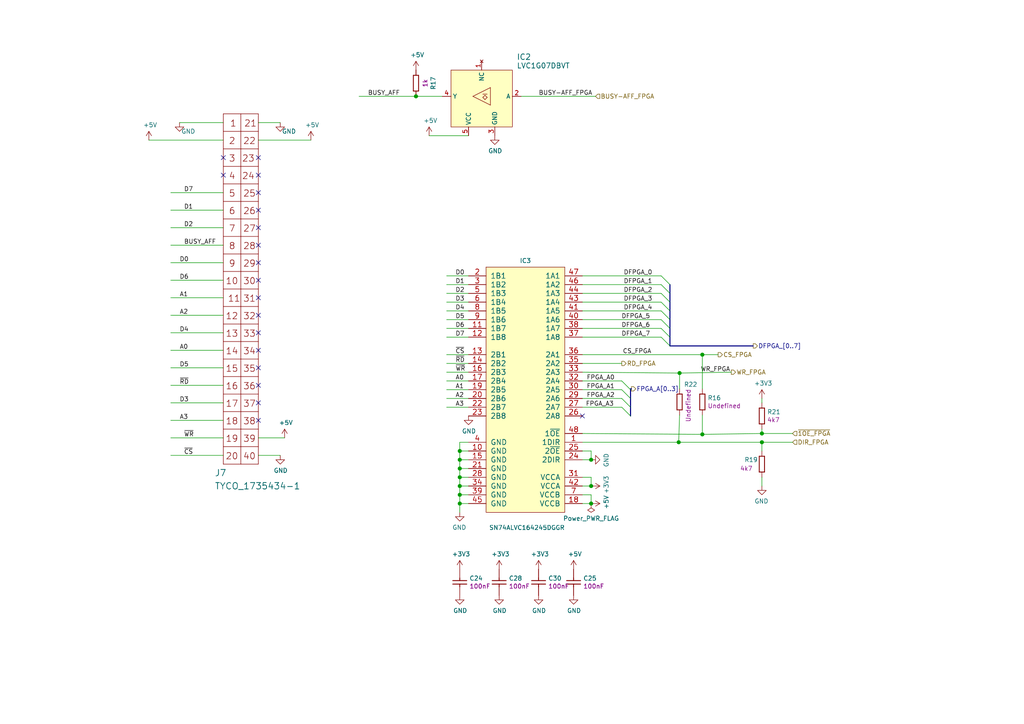
<source format=kicad_sch>
(kicad_sch (version 20200828) (generator eeschema)
  (page 2 7)
  (paper "A4")
  (lib_symbols
    (symbol "LCD_Board-rescue:+3V3-power" (power) (pin_names (offset 0))
      (property "Value" "+3V3-power" (at 0 3.556 0))
      (symbol "+3V3-power_1_1"
        (pin power_in line (at 0 0 90) (length 0) hide (name "+3V3") (number "1"))
      )
    )
    (symbol "LCD_Board-rescue:+5V-power" (power) (pin_names (offset 0))
      (property "Value" "+5V-power" (at 0 3.556 0))
      (symbol "+5V-power_1_1"
        (pin power_in line (at 0 0 90) (length 0) hide (name "+5V") (number "1"))
      )
    )
    (symbol "LCD_Board-rescue:CC0201_100NF_6.3V_10%_X5R-Capacitors_SMD" (pin_names (offset 1.27))
      (property "Reference" "C" (at 3.81 3.048 0))
      (property "Val" "100nF" (at 3.81 -3.048 0))
      (symbol "CC0201_100NF_6.3V_10%_X5R-Capacitors_SMD_0_1"
        (pin passive line (at 0 0 0) (length 2.54) (name "1") (number "1"))
        (pin passive line (at 7.62 0 180) (length 2.54) (name "2") (number "2"))
      )
    )
    (symbol "LCD_Board-rescue:GND-power" (power) (pin_names (offset 0))
      (property "Value" "GND-power" (at 0 -3.81 0))
      (symbol "GND-power_1_1"
        (pin power_in line (at 0 0 270) (length 0) hide (name "GND") (number "1"))
      )
    )
    (symbol "LCD_Board-rescue:LVC1G07DBVT-IC"
      (property "Reference" "IC" (at 6.35 -11.43 0))
      (property "Value" "LVC1G07DBVT-IC" (at 6.35 -13.97 0))
      (symbol "LVC1G07DBVT-IC_1_0"
        (pin unconnected line (at 3.81 -10.16 90) (length 2.54) (name "NC") (number "1"))
        (pin input line (at -7.62 0 0) (length 2.54) (name "A") (number "2"))
        (pin power_in line (at 0 11.43 270) (length 2.54) (name "GND") (number "3"))
        (pin open_collector line (at 15.24 0 180) (length 2.54) (name "Y") (number "4"))
        (pin power_in line (at 7.62 11.43 270) (length 2.54) (name "VCC") (number "5"))
      )
    )
    (symbol "LCD_Board-rescue:R0402_1K_1%_0.0625W_100PPM-Resistors_SMD" (pin_names (offset 1.27))
      (property "Reference" "R" (at 3.81 1.778 0))
      (property "Val" "1k" (at 3.81 -1.778 0))
      (symbol "R0402_1K_1%_0.0625W_100PPM-Resistors_SMD_0_1"
        (text "1%" (at 3.81 0 0) (effects (font (size 0.635 0.635))))
        (pin passive line (at 0 0 0) (length 1.524) (name "1") (number "1"))
        (pin passive line (at 7.62 0 180) (length 1.524) (name "2") (number "2"))
      )
    )
    (symbol "LCD_Board-rescue:R0402_4K7_1%_0.0625W_100PPM-Resistors_SMD" (pin_names (offset 1.27))
      (property "Reference" "R" (at 3.81 1.778 0))
      (property "Val" "4k7" (at 3.81 -1.778 0))
      (symbol "R0402_4K7_1%_0.0625W_100PPM-Resistors_SMD_0_1"
        (text "1%" (at 3.81 0 0) (effects (font (size 0.635 0.635))))
        (pin passive line (at 0 0 0) (length 1.524) (name "1") (number "1"))
        (pin passive line (at 7.62 0 180) (length 1.524) (name "2") (number "2"))
      )
    )
    (symbol "LCD_Board-rescue:R0402_NO-VALUE-Resistors_SMD" (pin_names (offset 1.27))
      (property "Reference" "R" (at 3.81 1.778 0))
      (property "Val" "Undefined" (at 3.81 -1.778 0))
      (symbol "R0402_NO-VALUE-Resistors_SMD_0_1"
        (pin passive line (at 0 0 0) (length 1.524) (name "1") (number "1"))
        (pin passive line (at 7.62 0 180) (length 1.524) (name "2") (number "2"))
      )
    )
    (symbol "LCD_Board-rescue:SN74ALVC164245DGGR-Standard_Logic" (pin_names (offset 1.27))
      (property "Reference" "IC" (at 11.43 1.27 0))
      (symbol "SN74ALVC164245DGGR-Standard_Logic_0_1"
        (pin input line (at -5.08 -50.8 0) (length 5.08) (name "1DIR") (number "1"))
        (pin power_in line (at 27.94 -53.34 180) (length 5.08) (name "GND") (number "10"))
        (pin bidirectional line (at 27.94 -17.78 180) (length 5.08) (name "1B7") (number "11"))
        (pin bidirectional line (at 27.94 -20.32 180) (length 5.08) (name "1B8") (number "12"))
        (pin bidirectional line (at 27.94 -25.4 180) (length 5.08) (name "2B1") (number "13"))
        (pin bidirectional line (at 27.94 -27.94 180) (length 5.08) (name "2B2") (number "14"))
        (pin power_in line (at 27.94 -55.88 180) (length 5.08) (name "GND") (number "15"))
        (pin bidirectional line (at 27.94 -30.48 180) (length 5.08) (name "2B3") (number "16"))
        (pin bidirectional line (at 27.94 -33.02 180) (length 5.08) (name "2B4") (number "17"))
        (pin power_in line (at -5.08 -68.58 0) (length 5.08) (name "VCCB") (number "18"))
        (pin bidirectional line (at 27.94 -35.56 180) (length 5.08) (name "2B5") (number "19"))
        (pin bidirectional line (at 27.94 -2.54 180) (length 5.08) (name "1B1") (number "2"))
        (pin bidirectional line (at 27.94 -38.1 180) (length 5.08) (name "2B6") (number "20"))
        (pin power_in line (at 27.94 -58.42 180) (length 5.08) (name "GND") (number "21"))
        (pin bidirectional line (at 27.94 -40.64 180) (length 5.08) (name "2B7") (number "22"))
        (pin passive line (at 27.94 -43.18 180) (length 5.08) (name "2B8") (number "23"))
        (pin input line (at -5.08 -55.88 0) (length 5.08) (name "2DIR") (number "24"))
        (pin input line (at -5.08 -53.34 0) (length 5.08) (name "2~OE") (number "25"))
        (pin bidirectional line (at -5.08 -43.18 0) (length 5.08) (name "2A8") (number "26"))
        (pin bidirectional line (at -5.08 -40.64 0) (length 5.08) (name "2A7") (number "27"))
        (pin power_in line (at 27.94 -60.96 180) (length 5.08) (name "GND") (number "28"))
        (pin bidirectional line (at -5.08 -38.1 0) (length 5.08) (name "2A6") (number "29"))
        (pin bidirectional line (at 27.94 -5.08 180) (length 5.08) (name "1B2") (number "3"))
        (pin bidirectional line (at -5.08 -35.56 0) (length 5.08) (name "2A5") (number "30"))
        (pin power_in line (at -5.08 -60.96 0) (length 5.08) (name "VCCA") (number "31"))
        (pin bidirectional line (at -5.08 -33.02 0) (length 5.08) (name "2A4") (number "32"))
        (pin bidirectional line (at -5.08 -30.48 0) (length 5.08) (name "2A3") (number "33"))
        (pin power_in line (at 27.94 -63.5 180) (length 5.08) (name "GND") (number "34"))
        (pin bidirectional line (at -5.08 -27.94 0) (length 5.08) (name "2A2") (number "35"))
        (pin bidirectional line (at -5.08 -25.4 0) (length 5.08) (name "2A1") (number "36"))
        (pin passive line (at -5.08 -20.32 0) (length 5.08) (name "1A8") (number "37"))
        (pin passive line (at -5.08 -17.78 0) (length 5.08) (name "1A7") (number "38"))
        (pin power_in line (at 27.94 -66.04 180) (length 5.08) (name "GND") (number "39"))
        (pin power_in line (at 27.94 -50.8 180) (length 5.08) (name "GND") (number "4"))
        (pin passive line (at -5.08 -15.24 0) (length 5.08) (name "1A6") (number "40"))
        (pin passive line (at -5.08 -12.7 0) (length 5.08) (name "1A5") (number "41"))
        (pin power_in line (at -5.08 -63.5 0) (length 5.08) (name "VCCA") (number "42"))
        (pin passive line (at -5.08 -10.16 0) (length 5.08) (name "1A4") (number "43"))
        (pin passive line (at -5.08 -7.62 0) (length 5.08) (name "1A3") (number "44"))
        (pin power_in line (at 27.94 -68.58 180) (length 5.08) (name "GND") (number "45"))
        (pin passive line (at -5.08 -5.08 0) (length 5.08) (name "1A2") (number "46"))
        (pin passive line (at -5.08 -2.54 0) (length 5.08) (name "1A1") (number "47"))
        (pin input line (at -5.08 -48.26 0) (length 5.08) (name "1~OE") (number "48"))
        (pin bidirectional line (at 27.94 -7.62 180) (length 5.08) (name "1B3") (number "5"))
        (pin bidirectional line (at 27.94 -10.16 180) (length 5.08) (name "1B4") (number "6"))
        (pin power_in line (at -5.08 -66.04 0) (length 5.08) (name "VCCB") (number "7"))
        (pin bidirectional line (at 27.94 -12.7 180) (length 5.08) (name "1B5") (number "8"))
        (pin bidirectional line (at 27.94 -15.24 180) (length 5.08) (name "1B6") (number "9"))
      )
    )
    (symbol "LCD_Board-rescue:TYCO_1735434-1-Connector"
      (property "Reference" "J" (at 1.5748 -51.435 0))
      (property "Value" "TYCO_1735434-1-Connector" (at 0.9398 -54.2798 0))
      (symbol "TYCO_1735434-1-Connector_1_0"
        (text "1" (at 1.905 49.53 0) (effects (font (size 1.8542 1.8542)) (justify left bottom)))
        (text "10" (at 0.635 3.81 0) (effects (font (size 1.8542 1.8542)) (justify left bottom)))
        (text "11" (at 1.27 -1.27 0) (effects (font (size 1.8542 1.8542)) (justify left bottom)))
        (text "12" (at 0.635 -6.35 0) (effects (font (size 1.8542 1.8542)) (justify left bottom)))
        (text "13" (at 0.635 -11.43 0) (effects (font (size 1.8542 1.8542)) (justify left bottom)))
        (text "14" (at 0.635 -16.51 0) (effects (font (size 1.8542 1.8542)) (justify left bottom)))
        (text "15" (at 0.635 -21.59 0) (effects (font (size 1.8542 1.8542)) (justify left bottom)))
        (text "16" (at 0.635 -26.67 0) (effects (font (size 1.8542 1.8542)) (justify left bottom)))
        (text "17" (at 0.635 -31.75 0) (effects (font (size 1.8542 1.8542)) (justify left bottom)))
        (text "18" (at 0.635 -36.83 0) (effects (font (size 1.8542 1.8542)) (justify left bottom)))
        (text "19" (at 0.635 -41.91 0) (effects (font (size 1.8542 1.8542)) (justify left bottom)))
        (text "2" (at 1.5748 44.45 0) (effects (font (size 1.8542 1.8542)) (justify left bottom)))
        (text "20" (at 0.635 -46.99 0) (effects (font (size 1.8542 1.8542)) (justify left bottom)))
        (text "21" (at 6.0198 49.53 0) (effects (font (size 1.8542 1.8542)) (justify left bottom)))
        (text "22" (at 5.715 44.45 0) (effects (font (size 1.8542 1.8542)) (justify left bottom)))
        (text "23" (at 5.3848 39.37 0) (effects (font (size 1.8542 1.8542)) (justify left bottom)))
        (text "24" (at 5.3848 34.29 0) (effects (font (size 1.8542 1.8542)) (justify left bottom)))
        (text "25" (at 5.715 29.21 0) (effects (font (size 1.8542 1.8542)) (justify left bottom)))
        (text "26" (at 5.715 24.13 0) (effects (font (size 1.8542 1.8542)) (justify left bottom)))
        (text "27" (at 5.715 19.05 0) (effects (font (size 1.8542 1.8542)) (justify left bottom)))
        (text "28" (at 5.715 13.97 0) (effects (font (size 1.8542 1.8542)) (justify left bottom)))
        (text "29" (at 5.715 8.89 0) (effects (font (size 1.8542 1.8542)) (justify left bottom)))
        (text "3" (at 1.5748 39.37 0) (effects (font (size 1.8542 1.8542)) (justify left bottom)))
        (text "30" (at 5.715 3.81 0) (effects (font (size 1.8542 1.8542)) (justify left bottom)))
        (text "31" (at 5.715 -1.27 0) (effects (font (size 1.8542 1.8542)) (justify left bottom)))
        (text "32" (at 5.715 -6.35 0) (effects (font (size 1.8542 1.8542)) (justify left bottom)))
        (text "33" (at 5.715 -11.43 0) (effects (font (size 1.8542 1.8542)) (justify left bottom)))
        (text "34" (at 5.715 -16.51 0) (effects (font (size 1.8542 1.8542)) (justify left bottom)))
        (text "35" (at 5.715 -21.59 0) (effects (font (size 1.8542 1.8542)) (justify left bottom)))
        (text "36" (at 5.715 -26.67 0) (effects (font (size 1.8542 1.8542)) (justify left bottom)))
        (text "37" (at 5.715 -31.75 0) (effects (font (size 1.8542 1.8542)) (justify left bottom)))
        (text "38" (at 5.715 -36.83 0) (effects (font (size 1.8542 1.8542)) (justify left bottom)))
        (text "39" (at 5.715 -41.91 0) (effects (font (size 1.8542 1.8542)) (justify left bottom)))
        (text "4" (at 1.5748 34.29 0) (effects (font (size 1.8542 1.8542)) (justify left bottom)))
        (text "40" (at 5.715 -46.99 0) (effects (font (size 1.8542 1.8542)) (justify left bottom)))
        (text "5" (at 1.5748 29.21 0) (effects (font (size 1.8542 1.8542)) (justify left bottom)))
        (text "6" (at 1.5748 24.13 0) (effects (font (size 1.8542 1.8542)) (justify left bottom)))
        (text "7" (at 1.5748 19.05 0) (effects (font (size 1.8542 1.8542)) (justify left bottom)))
        (text "8" (at 1.5748 13.97 0) (effects (font (size 1.8542 1.8542)) (justify left bottom)))
        (text "9" (at 1.5748 8.89 0) (effects (font (size 1.8542 1.8542)) (justify left bottom)))
        (pin passive line (at 0 50.8 0) (length 0) (name "P$1") (number "1"))
        (pin passive line (at 0 5.08 0) (length 0) (name "P$10") (number "10"))
        (pin passive line (at 0 0 0) (length 0) (name "P$11") (number "11"))
        (pin passive line (at 0 -5.08 0) (length 0) (name "P$12") (number "12"))
        (pin passive line (at 0 -10.16 0) (length 0) (name "P$13") (number "13"))
        (pin passive line (at 0 -15.24 0) (length 0) (name "P$14") (number "14"))
        (pin passive line (at 0 -20.32 0) (length 0) (name "P$15") (number "15"))
        (pin passive line (at 0 -25.4 0) (length 0) (name "P$16") (number "16"))
        (pin passive line (at 0 -30.48 0) (length 0) (name "P$17") (number "17"))
        (pin passive line (at 0 -35.56 0) (length 0) (name "P$18") (number "18"))
        (pin passive line (at 0 -40.64 0) (length 0) (name "P$19") (number "19"))
        (pin passive line (at 0 45.72 0) (length 0) (name "P$2") (number "2"))
        (pin passive line (at 0 -45.72 0) (length 0) (name "P$20") (number "20"))
        (pin passive line (at 10.16 50.8 0) (length 0) (name "P$21") (number "21"))
        (pin passive line (at 10.16 45.72 0) (length 0) (name "P$22") (number "22"))
        (pin power_in line (at 10.16 40.64 0) (length 0) (name "P$23") (number "23"))
        (pin passive line (at 10.16 35.56 0) (length 0) (name "P$24") (number "24"))
        (pin passive line (at 10.16 30.48 0) (length 0) (name "P$25") (number "25"))
        (pin passive line (at 10.16 25.4 0) (length 0) (name "P$26") (number "26"))
        (pin passive line (at 10.16 20.32 0) (length 0) (name "P$27") (number "27"))
        (pin passive line (at 10.16 15.24 0) (length 0) (name "P$28") (number "28"))
        (pin passive line (at 10.16 10.16 0) (length 0) (name "P$29") (number "29"))
        (pin passive line (at 0 40.64 0) (length 0) (name "P$3") (number "3"))
        (pin passive line (at 10.16 5.08 0) (length 0) (name "P$30") (number "30"))
        (pin passive line (at 10.16 0 0) (length 0) (name "P$31") (number "31"))
        (pin passive line (at 10.16 -5.08 0) (length 0) (name "P$32") (number "32"))
        (pin passive line (at 10.16 -10.16 0) (length 0) (name "P$33") (number "33"))
        (pin passive line (at 10.16 -15.24 0) (length 0) (name "P$34") (number "34"))
        (pin passive line (at 10.16 -20.32 0) (length 0) (name "P$35") (number "35"))
        (pin passive line (at 10.16 -25.4 0) (length 0) (name "P$36") (number "36"))
        (pin passive line (at 10.16 -30.48 0) (length 0) (name "P$37") (number "37"))
        (pin passive line (at 10.16 -35.56 0) (length 0) (name "P$38") (number "38"))
        (pin passive line (at 10.16 -40.64 0) (length 0) (name "P$39") (number "39"))
        (pin passive line (at 0 35.56 0) (length 0) (name "P$4") (number "4"))
        (pin passive line (at 10.16 -45.72 0) (length 0) (name "P$40") (number "40"))
        (pin passive line (at 0 30.48 0) (length 0) (name "P$5") (number "5"))
        (pin passive line (at 0 25.4 0) (length 0) (name "P$6") (number "6"))
        (pin passive line (at 0 20.32 0) (length 0) (name "P$7") (number "7"))
        (pin passive line (at 0 15.24 0) (length 0) (name "P$8") (number "8"))
        (pin passive line (at 0 10.16 0) (length 0) (name "P$9") (number "9"))
      )
    )
    (symbol "archive:Power_PWR_FLAG" (power) (pin_numbers hide) (pin_names (offset 0) hide)
      (property "Value" "Power_PWR_FLAG" (at 0 3.81 0))
      (symbol "Power_PWR_FLAG_0_0"
        (pin power_out line (at 0 0 90) (length 0) (name "pwr") (number "1"))
      )
    )
  )
  (junction (at 120.65 27.94) (diameter 1.016))
  (junction (at 133.35 130.81) (diameter 1.016))
  (junction (at 133.35 133.35) (diameter 1.016))
  (junction (at 133.35 135.89) (diameter 1.016))
  (junction (at 133.35 138.43) (diameter 1.016))
  (junction (at 133.35 140.97) (diameter 1.016))
  (junction (at 133.35 143.51) (diameter 1.016))
  (junction (at 133.35 146.05) (diameter 1.016))
  (junction (at 171.45 133.35) (diameter 1.016))
  (junction (at 171.45 140.97) (diameter 1.016))
  (junction (at 171.45 146.05) (diameter 1.016))
  (junction (at 196.85 128.27) (diameter 1.016))
  (junction (at 197.104 108.204) (diameter 1.016))
  (junction (at 203.708 102.87) (diameter 1.016))
  (junction (at 203.708 125.984) (diameter 1.016))
  (junction (at 220.98 125.73) (diameter 1.016))
  (junction (at 220.98 128.27) (diameter 1.016))
  (no_connect (at 74.93 91.44))
  (no_connect (at 74.93 111.76))
  (no_connect (at 74.93 55.88))
  (no_connect (at 74.93 121.92))
  (no_connect (at 74.93 86.36))
  (no_connect (at 74.93 45.72))
  (no_connect (at 64.77 50.8))
  (no_connect (at 74.93 116.84))
  (no_connect (at 74.93 106.68))
  (no_connect (at 74.93 101.6))
  (no_connect (at 74.93 66.04))
  (no_connect (at 168.91 120.65))
  (no_connect (at 64.77 45.72))
  (no_connect (at 74.93 96.52))
  (no_connect (at 74.93 76.2))
  (no_connect (at 74.93 81.28))
  (no_connect (at 74.93 60.96))
  (no_connect (at 74.93 50.8))
  (no_connect (at 74.93 71.12))
  (bus_entry (at 180.34 110.49) (size 2.54 2.54) (stroke (width 0.1524)))
  (bus_entry (at 180.34 113.03) (size 2.54 2.54) (stroke (width 0.1524)))
  (bus_entry (at 180.34 115.57) (size 2.54 2.54) (stroke (width 0.1524)))
  (bus_entry (at 180.34 118.11) (size 2.54 2.54) (stroke (width 0.1524)))
  (bus_entry (at 191.77 80.01) (size 2.54 2.54) (stroke (width 0.1524)))
  (bus_entry (at 191.77 82.55) (size 2.54 2.54) (stroke (width 0.1524)))
  (bus_entry (at 191.77 85.09) (size 2.54 2.54) (stroke (width 0.1524)))
  (bus_entry (at 191.77 87.63) (size 2.54 2.54) (stroke (width 0.1524)))
  (bus_entry (at 191.77 90.17) (size 2.54 2.54) (stroke (width 0.1524)))
  (bus_entry (at 191.77 92.71) (size 2.54 2.54) (stroke (width 0.1524)))
  (bus_entry (at 191.77 95.25) (size 2.54 2.54) (stroke (width 0.1524)))
  (bus_entry (at 191.77 97.79) (size 2.54 2.54) (stroke (width 0.1524)))
  (wire (pts (xy 49.53 55.88) (xy 64.77 55.88)))
  (wire (pts (xy 49.53 60.96) (xy 64.77 60.96)))
  (wire (pts (xy 49.53 66.04) (xy 64.77 66.04)))
  (wire (pts (xy 49.53 71.12) (xy 64.77 71.12)))
  (wire (pts (xy 49.53 76.2) (xy 64.77 76.2)))
  (wire (pts (xy 49.53 81.28) (xy 64.77 81.28)))
  (wire (pts (xy 49.53 86.36) (xy 64.77 86.36)))
  (wire (pts (xy 49.53 91.44) (xy 64.77 91.44)))
  (wire (pts (xy 49.53 96.52) (xy 64.77 96.52)))
  (wire (pts (xy 49.53 101.6) (xy 64.77 101.6)))
  (wire (pts (xy 49.53 106.68) (xy 64.77 106.68)))
  (wire (pts (xy 49.53 111.76) (xy 64.77 111.76)))
  (wire (pts (xy 49.53 116.84) (xy 64.77 116.84)))
  (wire (pts (xy 49.53 121.92) (xy 64.77 121.92)))
  (wire (pts (xy 49.53 127) (xy 64.77 127)))
  (wire (pts (xy 49.53 132.08) (xy 64.77 132.08)))
  (wire (pts (xy 64.77 35.56) (xy 52.07 35.56)))
  (wire (pts (xy 64.77 40.64) (xy 43.18 40.64)))
  (wire (pts (xy 74.93 35.56) (xy 81.28 35.56)))
  (wire (pts (xy 74.93 40.64) (xy 90.17 40.64)))
  (wire (pts (xy 74.93 132.08) (xy 81.28 132.08)))
  (wire (pts (xy 82.55 127) (xy 74.93 127)))
  (wire (pts (xy 104.14 27.94) (xy 120.65 27.94)))
  (wire (pts (xy 120.65 27.94) (xy 128.27 27.94)))
  (wire (pts (xy 124.46 39.37) (xy 135.89 39.37)))
  (wire (pts (xy 129.54 80.01) (xy 135.89 80.01)))
  (wire (pts (xy 129.54 82.55) (xy 135.89 82.55)))
  (wire (pts (xy 129.54 85.09) (xy 135.89 85.09)))
  (wire (pts (xy 129.54 87.63) (xy 135.89 87.63)))
  (wire (pts (xy 129.54 90.17) (xy 135.89 90.17)))
  (wire (pts (xy 129.54 92.71) (xy 135.89 92.71)))
  (wire (pts (xy 129.54 95.25) (xy 135.89 95.25)))
  (wire (pts (xy 129.54 97.79) (xy 135.89 97.79)))
  (wire (pts (xy 129.54 102.87) (xy 135.89 102.87)))
  (wire (pts (xy 129.54 105.41) (xy 135.89 105.41)))
  (wire (pts (xy 129.54 107.95) (xy 135.89 107.95)))
  (wire (pts (xy 129.54 110.49) (xy 135.89 110.49)))
  (wire (pts (xy 129.54 113.03) (xy 135.89 113.03)))
  (wire (pts (xy 129.54 115.57) (xy 135.89 115.57)))
  (wire (pts (xy 129.54 118.11) (xy 135.89 118.11)))
  (wire (pts (xy 133.35 128.27) (xy 133.35 130.81)))
  (wire (pts (xy 133.35 130.81) (xy 133.35 133.35)))
  (wire (pts (xy 133.35 130.81) (xy 135.89 130.81)))
  (wire (pts (xy 133.35 133.35) (xy 133.35 135.89)))
  (wire (pts (xy 133.35 135.89) (xy 133.35 138.43)))
  (wire (pts (xy 133.35 135.89) (xy 135.89 135.89)))
  (wire (pts (xy 133.35 138.43) (xy 133.35 140.97)))
  (wire (pts (xy 133.35 140.97) (xy 133.35 143.51)))
  (wire (pts (xy 133.35 140.97) (xy 135.89 140.97)))
  (wire (pts (xy 133.35 143.51) (xy 133.35 146.05)))
  (wire (pts (xy 133.35 143.51) (xy 135.89 143.51)))
  (wire (pts (xy 133.35 146.05) (xy 133.35 148.59)))
  (wire (pts (xy 135.89 128.27) (xy 133.35 128.27)))
  (wire (pts (xy 135.89 133.35) (xy 133.35 133.35)))
  (wire (pts (xy 135.89 138.43) (xy 133.35 138.43)))
  (wire (pts (xy 135.89 146.05) (xy 133.35 146.05)))
  (wire (pts (xy 168.91 80.01) (xy 191.77 80.01)))
  (wire (pts (xy 168.91 82.55) (xy 191.77 82.55)))
  (wire (pts (xy 168.91 85.09) (xy 191.77 85.09)))
  (wire (pts (xy 168.91 87.63) (xy 191.77 87.63)))
  (wire (pts (xy 168.91 90.17) (xy 191.77 90.17)))
  (wire (pts (xy 168.91 92.71) (xy 191.77 92.71)))
  (wire (pts (xy 168.91 95.25) (xy 191.77 95.25)))
  (wire (pts (xy 168.91 97.79) (xy 191.77 97.79)))
  (wire (pts (xy 168.91 102.87) (xy 203.708 102.87)))
  (wire (pts (xy 168.91 107.95) (xy 197.104 108.204)))
  (wire (pts (xy 168.91 125.73) (xy 203.708 125.984)))
  (wire (pts (xy 168.91 128.27) (xy 196.85 128.27)))
  (wire (pts (xy 168.91 130.81) (xy 171.45 130.81)))
  (wire (pts (xy 168.91 138.43) (xy 171.45 138.43)))
  (wire (pts (xy 168.91 143.51) (xy 171.45 143.51)))
  (wire (pts (xy 168.91 146.05) (xy 171.45 146.05)))
  (wire (pts (xy 171.45 130.81) (xy 171.45 133.35)))
  (wire (pts (xy 171.45 133.35) (xy 168.91 133.35)))
  (wire (pts (xy 171.45 138.43) (xy 171.45 140.97)))
  (wire (pts (xy 171.45 140.97) (xy 168.91 140.97)))
  (wire (pts (xy 171.45 143.51) (xy 171.45 146.05)))
  (wire (pts (xy 172.72 27.94) (xy 151.13 27.94)))
  (wire (pts (xy 180.34 105.41) (xy 168.91 105.41)))
  (wire (pts (xy 180.34 110.49) (xy 168.91 110.49)))
  (wire (pts (xy 180.34 113.03) (xy 168.91 113.03)))
  (wire (pts (xy 180.34 115.57) (xy 168.91 115.57)))
  (wire (pts (xy 180.34 118.11) (xy 168.91 118.11)))
  (wire (pts (xy 196.85 128.27) (xy 220.98 128.27)))
  (wire (pts (xy 197.104 108.204) (xy 197.104 112.776)))
  (wire (pts (xy 197.104 108.204) (xy 212.09 107.95)))
  (wire (pts (xy 197.104 120.396) (xy 196.85 128.27)))
  (wire (pts (xy 203.708 102.87) (xy 208.28 102.87)))
  (wire (pts (xy 203.708 112.776) (xy 203.708 102.87)))
  (wire (pts (xy 203.708 125.984) (xy 203.708 120.396)))
  (wire (pts (xy 203.708 125.984) (xy 220.98 125.73)))
  (wire (pts (xy 220.98 115.57) (xy 220.98 116.84)))
  (wire (pts (xy 220.98 124.46) (xy 220.98 125.73)))
  (wire (pts (xy 220.98 125.73) (xy 229.87 125.73)))
  (wire (pts (xy 220.98 128.27) (xy 229.87 128.27)))
  (wire (pts (xy 220.98 130.81) (xy 220.98 128.27)))
  (wire (pts (xy 220.98 138.43) (xy 220.98 140.97)))
  (bus (pts (xy 182.88 112.776) (xy 183.134 112.776)))
  (bus (pts (xy 182.88 113.03) (xy 182.88 112.776)))
  (bus (pts (xy 182.88 115.57) (xy 182.88 113.03)))
  (bus (pts (xy 182.88 118.11) (xy 182.88 115.57)))
  (bus (pts (xy 182.88 120.65) (xy 182.88 118.11)))
  (bus (pts (xy 194.31 82.55) (xy 194.31 85.09)))
  (bus (pts (xy 194.31 85.09) (xy 194.31 87.63)))
  (bus (pts (xy 194.31 87.63) (xy 194.31 90.17)))
  (bus (pts (xy 194.31 90.17) (xy 194.31 92.71)))
  (bus (pts (xy 194.31 92.71) (xy 194.31 95.25)))
  (bus (pts (xy 194.31 95.25) (xy 194.31 97.79)))
  (bus (pts (xy 194.31 97.79) (xy 194.31 100.33)))
  (bus (pts (xy 194.31 100.33) (xy 218.44 100.33)))
  (label "D0" (at 52.07 76.2 0))
  (label "D6" (at 52.07 81.28 0))
  (label "A1" (at 52.07 86.36 0))
  (label "A2" (at 52.07 91.44 0))
  (label "D4" (at 52.07 96.52 0))
  (label "A0" (at 52.07 101.6 0))
  (label "D5" (at 52.07 106.68 0))
  (label "~RD~" (at 52.07 111.76 0))
  (label "D3" (at 52.07 116.84 0))
  (label "A3" (at 52.07 121.92 0))
  (label "D7" (at 53.34 55.88 0))
  (label "D1" (at 53.34 60.96 0))
  (label "D2" (at 53.34 66.04 0))
  (label "BUSY_AFF" (at 53.34 71.12 0))
  (label "~WR~" (at 53.34 127 0))
  (label "~CS~" (at 53.34 132.08 0))
  (label "BUSY_AFF" (at 106.68 27.94 0))
  (label "D0" (at 132.08 80.01 0))
  (label "D1" (at 132.08 82.55 0))
  (label "D2" (at 132.08 85.09 0))
  (label "D3" (at 132.08 87.63 0))
  (label "D4" (at 132.08 90.17 0))
  (label "D5" (at 132.08 92.71 0))
  (label "D6" (at 132.08 95.25 0))
  (label "D7" (at 132.08 97.79 0))
  (label "~CS~" (at 132.08 102.87 0))
  (label "~RD~" (at 132.08 105.41 0))
  (label "~WR~" (at 132.08 107.95 0))
  (label "A0" (at 132.08 110.49 0))
  (label "A1" (at 132.08 113.03 0))
  (label "A2" (at 132.08 115.57 0))
  (label "A3" (at 132.08 118.11 0))
  (label "BUSY-AFF_FPGA" (at 156.21 27.94 0))
  (label "FPGA_A3" (at 178.054 118.11 180))
  (label "FPGA_A0" (at 178.308 110.49 180))
  (label "FPGA_A1" (at 178.308 113.03 180))
  (label "FPGA_A2" (at 178.308 115.57 180))
  (label "CS_FPGA" (at 180.594 102.87 0))
  (label "DFPGA_5" (at 188.595 92.71 180))
  (label "DFPGA_6" (at 188.595 95.25 180))
  (label "DFPGA_7" (at 188.595 97.79 180))
  (label "DFPGA_0" (at 189.23 80.01 180))
  (label "DFPGA_1" (at 189.23 82.55 180))
  (label "DFPGA_2" (at 189.23 85.09 180))
  (label "DFPGA_3" (at 189.23 87.63 180))
  (label "DFPGA_4" (at 189.23 90.17 180))
  (label "WR_FPGA" (at 203.2025 108.1007 0))
  (hierarchical_label "BUSY-AFF_FPGA" (shape input) (at 172.72 27.94 0))
  (hierarchical_label "RD_FPGA" (shape output) (at 180.34 105.41 0))
  (hierarchical_label "FPGA_A[0..3]" (shape output) (at 183.134 112.776 0))
  (hierarchical_label "CS_FPGA" (shape output) (at 208.28 102.87 0))
  (hierarchical_label "WR_FPGA" (shape output) (at 212.09 107.95 0))
  (hierarchical_label "DFPGA_[0..7]" (shape output) (at 218.44 100.33 0))
  (hierarchical_label "~1OE_FPGA~" (shape input) (at 229.87 125.73 0))
  (hierarchical_label "DIR_FPGA" (shape input) (at 229.87 128.27 0))
  (symbol (lib_id "archive:Power_PWR_FLAG") (at 171.45 146.05 180) (unit 1)
    (property "Reference" "#FLG01" (effects hide))
    (property "Value" "Power_PWR_FLAG" (at 171.45 150.3744 0))
  )
  (symbol (lib_id "LCD_Board-rescue:+5V-power") (at 43.18 40.64 0) (unit 1)
    (property "Reference" "#PWR01" (effects hide))
    (property "Value" "+5V" (at 43.561 36.2458 0))
  )
  (symbol (lib_id "LCD_Board-rescue:+5V-power") (at 82.55 127 0) (unit 1)
    (property "Reference" "#PWR05" (effects hide))
    (property "Value" "+5V" (at 82.931 122.6058 0))
  )
  (symbol (lib_id "LCD_Board-rescue:+5V-power") (at 90.17 40.64 0) (unit 1)
    (property "Reference" "#PWR06" (effects hide))
    (property "Value" "+5V" (at 90.551 36.2458 0))
  )
  (symbol (lib_id "LCD_Board-rescue:+5V-power") (at 120.65 20.32 0) (unit 1)
    (property "Reference" "#PWR07" (effects hide))
    (property "Value" "+5V" (at 121.031 15.9258 0))
  )
  (symbol (lib_id "LCD_Board-rescue:+5V-power") (at 124.46 39.37 0) (unit 1)
    (property "Reference" "#PWR08" (effects hide))
    (property "Value" "+5V" (at 124.841 34.9758 0))
  )
  (symbol (lib_id "LCD_Board-rescue:+3V3-power") (at 133.35 165.1 0) (unit 1)
    (property "Reference" "#PWR010" (effects hide))
    (property "Value" "+3V3" (at 133.731 160.7058 0))
  )
  (symbol (lib_id "LCD_Board-rescue:+3V3-power") (at 144.78 165.1 0) (unit 1)
    (property "Reference" "#PWR014" (effects hide))
    (property "Value" "+3V3" (at 145.161 160.7058 0))
  )
  (symbol (lib_id "LCD_Board-rescue:+3V3-power") (at 156.21 165.1 0) (unit 1)
    (property "Reference" "#PWR016" (effects hide))
    (property "Value" "+3V3" (at 156.591 160.7058 0))
  )
  (symbol (lib_id "LCD_Board-rescue:+5V-power") (at 166.37 165.1 0) (unit 1)
    (property "Reference" "#PWR018" (effects hide))
    (property "Value" "+5V" (at 166.751 160.7058 0))
  )
  (symbol (lib_id "LCD_Board-rescue:+3V3-power") (at 171.45 140.97 270) (mirror x) (unit 1)
    (property "Reference" "#PWR021" (effects hide))
    (property "Value" "+3V3" (at 175.8442 140.589 0))
  )
  (symbol (lib_id "LCD_Board-rescue:+5V-power") (at 171.45 146.05 270) (mirror x) (unit 1)
    (property "Reference" "#PWR022" (effects hide))
    (property "Value" "+5V" (at 175.8442 145.669 0))
  )
  (symbol (lib_id "LCD_Board-rescue:+3V3-power") (at 220.98 115.57 0) (unit 1)
    (property "Reference" "#PWR023" (effects hide))
    (property "Value" "+3V3" (at 221.361 111.1758 0))
  )
  (symbol (lib_id "LCD_Board-rescue:GND-power") (at 52.07 35.56 0) (unit 1)
    (property "Reference" "#PWR02" (effects hide))
    (property "Value" "GND" (at 54.61 38.1 0))
  )
  (symbol (lib_id "LCD_Board-rescue:GND-power") (at 81.28 35.56 0) (unit 1)
    (property "Reference" "#PWR03" (effects hide))
    (property "Value" "GND" (at 83.82 38.1 0))
  )
  (symbol (lib_id "LCD_Board-rescue:GND-power") (at 81.28 132.08 0) (unit 1)
    (property "Reference" "#PWR04" (effects hide))
    (property "Value" "GND" (at 81.407 136.4742 0))
  )
  (symbol (lib_id "LCD_Board-rescue:GND-power") (at 133.35 148.59 0) (mirror y) (unit 1)
    (property "Reference" "#PWR09" (effects hide))
    (property "Value" "GND" (at 133.223 152.9842 0))
  )
  (symbol (lib_id "LCD_Board-rescue:GND-power") (at 133.35 172.72 0) (unit 1)
    (property "Reference" "#PWR011" (effects hide))
    (property "Value" "GND" (at 133.477 177.1142 0))
  )
  (symbol (lib_id "LCD_Board-rescue:GND-power") (at 135.89 120.65 0) (unit 1)
    (property "Reference" "#PWR012" (effects hide))
    (property "Value" "GND" (at 136.017 125.0442 0))
  )
  (symbol (lib_id "LCD_Board-rescue:GND-power") (at 143.51 39.37 0) (unit 1)
    (property "Reference" "#PWR013" (effects hide))
    (property "Value" "GND" (at 143.637 43.7642 0))
  )
  (symbol (lib_id "LCD_Board-rescue:GND-power") (at 144.78 172.72 0) (unit 1)
    (property "Reference" "#PWR015" (effects hide))
    (property "Value" "GND" (at 144.907 177.1142 0))
  )
  (symbol (lib_id "LCD_Board-rescue:GND-power") (at 156.21 172.72 0) (unit 1)
    (property "Reference" "#PWR017" (effects hide))
    (property "Value" "GND" (at 156.337 177.1142 0))
  )
  (symbol (lib_id "LCD_Board-rescue:GND-power") (at 166.37 172.72 0) (unit 1)
    (property "Reference" "#PWR019" (effects hide))
    (property "Value" "GND" (at 166.497 177.1142 0))
  )
  (symbol (lib_id "LCD_Board-rescue:GND-power") (at 171.45 133.35 90) (mirror x) (unit 1)
    (property "Reference" "#PWR020" (effects hide))
    (property "Value" "GND" (at 175.8442 133.477 0))
  )
  (symbol (lib_id "LCD_Board-rescue:GND-power") (at 220.98 140.97 0) (mirror y) (unit 1)
    (property "Reference" "#PWR024" (effects hide))
    (property "Value" "GND" (at 220.853 145.3642 0))
  )
  (symbol (lib_id "LCD_Board-rescue:R0402_1K_1%_0.0625W_100PPM-Resistors_SMD") (at 120.65 20.32 270) (unit 1)
    (property "Reference" "R17" (at 125.6538 24.13 0))
    (property "Value" "R0402_1K_1%_0.0625W_100PPM" (effects hide))
    (property "Footprint" "Resistor_SMD:R_0603_1608Metric_Pad0.99x1.00mm_HandSolder" (effects hide))
    (property "Datasheet" " " (effects hide))
    (property "Val" "1k" (at 123.3424 24.13 0))
    (property "Part Number" "R0402_1K_1%_0.0625W_100PPM" (effects hide))
    (property "Library Ref" "Resistor - 1%" (effects hide))
    (property "Library Path" "SchLib\\Resistors.SchLib" (effects hide))
    (property "Comment" "1k" (effects hide))
    (property "Component Kind" "Standard" (effects hide))
    (property "Component Type" "Standard" (effects hide))
    (property "PackageDescription" " " (effects hide))
    (property "Pin Count" "2" (effects hide))
    (property "Footprint Path" "PcbLib\\Resistors SMD.PcbLib" (effects hide))
    (property "Footprint Ref" "RESC1005X40N" (effects hide))
    (property "Status" "Not Recommended" (effects hide))
    (property "Power" "0.0625W" (effects hide))
    (property "TC" "±100ppm/°C" (effects hide))
    (property "Voltage" " " (effects hide))
    (property "Tolerance" "±1%" (effects hide))
    (property "Part Description" "General Purpose Thick Film Chip Resistor" (effects hide))
    (property "Manufacturer" "GENERIC" (effects hide))
    (property "Manufacturer Part Number" "R0402_1K_1%_0.0625W_100PPM" (effects hide))
    (property "Case" "0402" (effects hide))
    (property "PressFit" "No" (effects hide))
    (property "Mounted" "Yes" (effects hide))
    (property "Sense Comment" " " (effects hide))
    (property "Sense" "No" (effects hide))
    (property "Status Comment" " " (effects hide))
    (property "Socket" "No" (effects hide))
    (property "SMD" "Yes" (effects hide))
    (property "ComponentHeight" " " (effects hide))
    (property "Manufacturer1 Example" "YAGEO PHYCOMP" (effects hide))
    (property "Manufacturer1 Part Number" "232270671002L" (effects hide))
    (property "Manufacturer1 ComponentHeight" "0.4mm" (effects hide))
    (property "Author" "CERN DEM JLC" (effects hide))
    (property "CreateDate" "12/03/07 00:00:00" (effects hide))
    (property "LatestRevisionDate" "10/17/12 00:00:00" (effects hide))
    (property "Database Table Name" "Resistors SMD" (effects hide))
    (property "Library Name" "Resistors.DbLib" (effects hide))
    (property "Footprint Library" "Resistors SMD" (effects hide))
    (property "License" "This work is licensed under the Creative Commons CC-BY-SA 4.0 License. To the extent that circuit schematics that use Licensed Material can be considered to be ‘Adapted Material’, then the copyright holder waives article 3.b of the license with respect to these schematics." (effects hide))
  )
  (symbol (lib_id "LCD_Board-rescue:R0402_NO-VALUE-Resistors_SMD") (at 197.104 112.776 270) (unit 1)
    (property "Reference" "R22" (at 198.374 111.506 90) (effects (justify left)))
    (property "Value" "R0402_NO-VALUE" (effects hide))
    (property "Footprint" "Resistor_SMD:R_0603_1608Metric_Pad0.99x1.00mm_HandSolder" (effects hide))
    (property "Datasheet" " " (effects hide))
    (property "Val" "Undefined" (at 199.644 112.776 0) (effects (justify left)))
    (property "Part Number" "R0402_NO-VALUE" (effects hide))
    (property "Library Ref" "Resistor" (effects hide))
    (property "Library Path" "SchLib\\Resistors.SchLib" (effects hide))
    (property "Comment" "Undefined" (effects hide))
    (property "Component Kind" "Standard" (effects hide))
    (property "Component Type" "Standard" (effects hide))
    (property "PackageDescription" " " (effects hide))
    (property "Pin Count" "2" (effects hide))
    (property "Footprint Path" "PcbLib\\Resistors SMD.PcbLib" (effects hide))
    (property "Footprint Ref" "RESC1005X40N" (effects hide))
    (property "Status" "None" (effects hide))
    (property "Power" " " (effects hide))
    (property "TC" " " (effects hide))
    (property "Voltage" " " (effects hide))
    (property "Tolerance" " " (effects hide))
    (property "Part Description" "Reserved Footprint For a 0402 (1005) Chip Resistor" (effects hide))
    (property "Manufacturer" "Undefined" (effects hide))
    (property "Manufacturer Part Number" "R0402_NO-VALUE" (effects hide))
    (property "Case" "0402" (effects hide))
    (property "PressFit" "No" (effects hide))
    (property "Mounted" "No" (effects hide))
    (property "Sense Comment" " " (effects hide))
    (property "Sense" "No" (effects hide))
    (property "Status Comment" " " (effects hide))
    (property "Socket" "No" (effects hide))
    (property "SMD" "Yes" (effects hide))
    (property "ComponentHeight" " " (effects hide))
    (property "Manufacturer1 Example" "Undefined" (effects hide))
    (property "Manufacturer1 Part Number" "Undefined" (effects hide))
    (property "Manufacturer1 ComponentHeight" "Undefined" (effects hide))
    (property "Author" "CERN DEM JLC" (effects hide))
    (property "CreateDate" "12/03/07 00:00:00" (effects hide))
    (property "LatestRevisionDate" "03/13/08 00:00:00" (effects hide))
    (property "Database Table Name" "Resistors" (effects hide))
    (property "Library Name" "Resistors SMD" (effects hide))
    (property "Footprint Library" "Resistors SMD" (effects hide))
    (property "License" "This work is licensed under the Creative Commons CC-BY-SA 4.0 License. To the extent that circuit schematics that use Licensed Material can be considered to be ‘Adapted Material’, then the copyright holder waives article 3.b of the license with respect to these schematics." (effects hide))
  )
  (symbol (lib_id "LCD_Board-rescue:R0402_NO-VALUE-Resistors_SMD") (at 203.708 112.776 270) (unit 1)
    (property "Reference" "R16" (at 205.232 115.4176 90) (effects (justify left)))
    (property "Value" "R0402_NO-VALUE" (effects hide))
    (property "Footprint" "Resistor_SMD:R_0603_1608Metric_Pad0.99x1.00mm_HandSolder" (effects hide))
    (property "Datasheet" " " (effects hide))
    (property "Val" "Undefined" (at 205.232 117.729 90) (effects (justify left)))
    (property "Part Number" "R0402_NO-VALUE" (effects hide))
    (property "Library Ref" "Resistor" (effects hide))
    (property "Library Path" "SchLib\\Resistors.SchLib" (effects hide))
    (property "Comment" "Undefined" (effects hide))
    (property "Component Kind" "Standard" (effects hide))
    (property "Component Type" "Standard" (effects hide))
    (property "PackageDescription" " " (effects hide))
    (property "Pin Count" "2" (effects hide))
    (property "Footprint Path" "PcbLib\\Resistors SMD.PcbLib" (effects hide))
    (property "Footprint Ref" "RESC1005X40N" (effects hide))
    (property "Status" "None" (effects hide))
    (property "Power" " " (effects hide))
    (property "TC" " " (effects hide))
    (property "Voltage" " " (effects hide))
    (property "Tolerance" " " (effects hide))
    (property "Part Description" "Reserved Footprint For a 0402 (1005) Chip Resistor" (effects hide))
    (property "Manufacturer" "Undefined" (effects hide))
    (property "Manufacturer Part Number" "R0402_NO-VALUE" (effects hide))
    (property "Case" "0402" (effects hide))
    (property "PressFit" "No" (effects hide))
    (property "Mounted" "No" (effects hide))
    (property "Sense Comment" " " (effects hide))
    (property "Sense" "No" (effects hide))
    (property "Status Comment" " " (effects hide))
    (property "Socket" "No" (effects hide))
    (property "SMD" "Yes" (effects hide))
    (property "ComponentHeight" " " (effects hide))
    (property "Manufacturer1 Example" "Undefined" (effects hide))
    (property "Manufacturer1 Part Number" "Undefined" (effects hide))
    (property "Manufacturer1 ComponentHeight" "Undefined" (effects hide))
    (property "Author" "CERN DEM JLC" (effects hide))
    (property "CreateDate" "12/03/07 00:00:00" (effects hide))
    (property "LatestRevisionDate" "03/13/08 00:00:00" (effects hide))
    (property "Database Table Name" "Resistors" (effects hide))
    (property "Library Name" "Resistors SMD" (effects hide))
    (property "Footprint Library" "Resistors SMD" (effects hide))
    (property "License" "This work is licensed under the Creative Commons CC-BY-SA 4.0 License. To the extent that circuit schematics that use Licensed Material can be considered to be ‘Adapted Material’, then the copyright holder waives article 3.b of the license with respect to these schematics." (effects hide))
  )
  (symbol (lib_id "LCD_Board-rescue:R0402_4K7_1%_0.0625W_100PPM-Resistors_SMD") (at 220.98 116.84 270) (unit 1)
    (property "Reference" "R21" (at 222.504 119.4816 90) (effects (justify left)))
    (property "Value" "R0402_4K7_1%_0.0625W_100PPM" (effects hide))
    (property "Footprint" "Resistor_SMD:R_0603_1608Metric_Pad0.99x1.00mm_HandSolder" (effects hide))
    (property "Datasheet" " " (effects hide))
    (property "Val" "4k7" (at 222.504 121.793 90) (effects (justify left)))
    (property "Part Number" "R0402_4K7_1%_0.0625W_100PPM" (effects hide))
    (property "Library Ref" "Resistor - 1%" (effects hide))
    (property "Library Path" "SchLib\\Resistors.SchLib" (effects hide))
    (property "Comment" "4k7" (effects hide))
    (property "Component Kind" "Standard" (effects hide))
    (property "Component Type" "Standard" (effects hide))
    (property "PackageDescription" " " (effects hide))
    (property "Pin Count" "2" (effects hide))
    (property "Footprint Path" "PcbLib\\Resistors SMD.PcbLib" (effects hide))
    (property "Footprint Ref" "RESC1005X40N" (effects hide))
    (property "Status" "Not Recommended" (effects hide))
    (property "Power" "0.0625W" (effects hide))
    (property "TC" "±100ppm/°C" (effects hide))
    (property "Voltage" " " (effects hide))
    (property "Tolerance" "±1%" (effects hide))
    (property "Part Description" "General Purpose Thick Film Chip Resistor" (effects hide))
    (property "Manufacturer" "GENERIC" (effects hide))
    (property "Manufacturer Part Number" "R0402_4K7_1%_0.0625W_100PPM" (effects hide))
    (property "Case" "0402" (effects hide))
    (property "PressFit" "No" (effects hide))
    (property "Mounted" "Yes" (effects hide))
    (property "Sense Comment" " " (effects hide))
    (property "Sense" "No" (effects hide))
    (property "Status Comment" " " (effects hide))
    (property "Socket" "No" (effects hide))
    (property "SMD" "Yes" (effects hide))
    (property "ComponentHeight" " " (effects hide))
    (property "Manufacturer1 Example" "YAGEO PHYCOMP" (effects hide))
    (property "Manufacturer1 Part Number" "232270674702L" (effects hide))
    (property "Manufacturer1 ComponentHeight" "0.4mm" (effects hide))
    (property "Author" "CERN DEM JLC" (effects hide))
    (property "CreateDate" "12/03/07 00:00:00" (effects hide))
    (property "LatestRevisionDate" "10/17/12 00:00:00" (effects hide))
    (property "Database Table Name" "Resistors SMD" (effects hide))
    (property "Library Name" "Resistors.DbLib" (effects hide))
    (property "Footprint Library" "Resistors SMD" (effects hide))
    (property "License" "This work is licensed under the Creative Commons CC-BY-SA 4.0 License. To the extent that circuit schematics that use Licensed Material can be considered to be ‘Adapted Material’, then the copyright holder waives article 3.b of the license with respect to these schematics." (effects hide))
  )
  (symbol (lib_id "LCD_Board-rescue:R0402_4K7_1%_0.0625W_100PPM-Resistors_SMD") (at 220.98 130.81 270) (unit 1)
    (property "Reference" "R19" (at 215.9 133.35 90) (effects (justify left)))
    (property "Value" "R0402_4K7_1%_0.0625W_100PPM" (effects hide))
    (property "Footprint" "Resistor_SMD:R_0603_1608Metric_Pad0.99x1.00mm_HandSolder" (effects hide))
    (property "Datasheet" " " (effects hide))
    (property "Val" "4k7" (at 214.63 135.89 90) (effects (justify left)))
    (property "Part Number" "R0402_4K7_1%_0.0625W_100PPM" (effects hide))
    (property "Library Ref" "Resistor - 1%" (effects hide))
    (property "Library Path" "SchLib\\Resistors.SchLib" (effects hide))
    (property "Comment" "4k7" (effects hide))
    (property "Component Kind" "Standard" (effects hide))
    (property "Component Type" "Standard" (effects hide))
    (property "PackageDescription" " " (effects hide))
    (property "Pin Count" "2" (effects hide))
    (property "Footprint Path" "PcbLib\\Resistors SMD.PcbLib" (effects hide))
    (property "Footprint Ref" "RESC1005X40N" (effects hide))
    (property "Status" "Not Recommended" (effects hide))
    (property "Power" "0.0625W" (effects hide))
    (property "TC" "±100ppm/°C" (effects hide))
    (property "Voltage" " " (effects hide))
    (property "Tolerance" "±1%" (effects hide))
    (property "Part Description" "General Purpose Thick Film Chip Resistor" (effects hide))
    (property "Manufacturer" "GENERIC" (effects hide))
    (property "Manufacturer Part Number" "R0402_4K7_1%_0.0625W_100PPM" (effects hide))
    (property "Case" "0402" (effects hide))
    (property "PressFit" "No" (effects hide))
    (property "Mounted" "Yes" (effects hide))
    (property "Sense Comment" " " (effects hide))
    (property "Sense" "No" (effects hide))
    (property "Status Comment" " " (effects hide))
    (property "Socket" "No" (effects hide))
    (property "SMD" "Yes" (effects hide))
    (property "ComponentHeight" " " (effects hide))
    (property "Manufacturer1 Example" "YAGEO PHYCOMP" (effects hide))
    (property "Manufacturer1 Part Number" "232270674702L" (effects hide))
    (property "Manufacturer1 ComponentHeight" "0.4mm" (effects hide))
    (property "Author" "CERN DEM JLC" (effects hide))
    (property "CreateDate" "12/03/07 00:00:00" (effects hide))
    (property "LatestRevisionDate" "10/17/12 00:00:00" (effects hide))
    (property "Database Table Name" "Resistors SMD" (effects hide))
    (property "Library Name" "Resistors.DbLib" (effects hide))
    (property "Footprint Library" "Resistors SMD" (effects hide))
    (property "License" "This work is licensed under the Creative Commons CC-BY-SA 4.0 License. To the extent that circuit schematics that use Licensed Material can be considered to be ‘Adapted Material’, then the copyright holder waives article 3.b of the license with respect to these schematics." (effects hide))
  )
  (symbol (lib_id "LCD_Board-rescue:CC0201_100NF_6.3V_10%_X5R-Capacitors_SMD") (at 133.35 165.1 270) (unit 1)
    (property "Reference" "C24" (at 136.144 167.7416 90) (effects (justify left)))
    (property "Value" "CC0201_100NF_6.3V_10%_X5R" (effects hide))
    (property "Footprint" "Capacitor_SMD:C_0603_1608Metric_Pad0.99x1.00mm_HandSolder" (effects hide))
    (property "Datasheet" " " (effects hide))
    (property "Val" "100nF" (at 136.144 170.053 90) (effects (justify left)))
    (property "Part Number" "CC0201_100NF_6.3V_10%_X5R" (effects hide))
    (property "Library Ref" "Capacitor - non polarized" (effects hide))
    (property "Library Path" "SchLib\\Capacitors.SchLib" (effects hide))
    (property "Comment" "100nF" (effects hide))
    (property "Component Kind" "Standard" (effects hide))
    (property "Component Type" "Standard" (effects hide))
    (property "Pin Count" "2" (effects hide))
    (property "Footprint Path" "PcbLib\\Capacitors SMD.PcbLib" (effects hide))
    (property "Footprint Ref" "CAPC0603X33N" (effects hide))
    (property "PackageDescription" " " (effects hide))
    (property "Status" "Not Recommended" (effects hide))
    (property "Status Comment" " " (effects hide))
    (property "Voltage" "6.3V" (effects hide))
    (property "TC" "X5R" (effects hide))
    (property "Tolerance" "±10%" (effects hide))
    (property "Part Description" "SMD Multilayer Chip Ceramic Capacitor" (effects hide))
    (property "Manufacturer" "GENERIC" (effects hide))
    (property "Manufacturer Part Number" "CC0201_100NF_6.3V_10%_X5R" (effects hide))
    (property "Case" "0201" (effects hide))
    (property "Mounted" "Yes" (effects hide))
    (property "Socket" "No" (effects hide))
    (property "SMD" "Yes" (effects hide))
    (property "PressFit" " " (effects hide))
    (property "Sense" "No" (effects hide))
    (property "Sense Comment" " " (effects hide))
    (property "ComponentHeight" " " (effects hide))
    (property "Manufacturer1 Example" "AVX" (effects hide))
    (property "Manufacturer1 Part Number" "02016D104KAT2A" (effects hide))
    (property "Manufacturer1 ComponentHeight" "0.33mm" (effects hide))
    (property "Author" "CERN DEM JLC" (effects hide))
    (property "CreateDate" "12/03/07 00:00:00" (effects hide))
    (property "LatestRevisionDate" "12/03/07 00:00:00" (effects hide))
    (property "Database Table Name" "Capacitors SMD" (effects hide))
    (property "Library Name" "Capacitors.DbLib" (effects hide))
    (property "Footprint Library" "Capacitors SMD" (effects hide))
    (property "License" "This work is licensed under the Creative Commons CC-BY-SA 4.0 License. To the extent that circuit schematics that use Licensed Material can be considered to be ‘Adapted Material’, then the copyright holder waives article 3.b of the license with respect to these schematics." (effects hide))
  )
  (symbol (lib_id "LCD_Board-rescue:CC0201_100NF_6.3V_10%_X5R-Capacitors_SMD") (at 144.78 165.1 270) (unit 1)
    (property "Reference" "C28" (at 147.574 167.7416 90) (effects (justify left)))
    (property "Value" "CC0201_100NF_6.3V_10%_X5R" (effects hide))
    (property "Footprint" "Capacitor_SMD:C_0603_1608Metric_Pad0.99x1.00mm_HandSolder" (effects hide))
    (property "Datasheet" " " (effects hide))
    (property "Val" "100nF" (at 147.574 170.053 90) (effects (justify left)))
    (property "Part Number" "CC0201_100NF_6.3V_10%_X5R" (effects hide))
    (property "Library Ref" "Capacitor - non polarized" (effects hide))
    (property "Library Path" "SchLib\\Capacitors.SchLib" (effects hide))
    (property "Comment" "100nF" (effects hide))
    (property "Component Kind" "Standard" (effects hide))
    (property "Component Type" "Standard" (effects hide))
    (property "Pin Count" "2" (effects hide))
    (property "Footprint Path" "PcbLib\\Capacitors SMD.PcbLib" (effects hide))
    (property "Footprint Ref" "CAPC0603X33N" (effects hide))
    (property "PackageDescription" " " (effects hide))
    (property "Status" "Not Recommended" (effects hide))
    (property "Status Comment" " " (effects hide))
    (property "Voltage" "6.3V" (effects hide))
    (property "TC" "X5R" (effects hide))
    (property "Tolerance" "±10%" (effects hide))
    (property "Part Description" "SMD Multilayer Chip Ceramic Capacitor" (effects hide))
    (property "Manufacturer" "GENERIC" (effects hide))
    (property "Manufacturer Part Number" "CC0201_100NF_6.3V_10%_X5R" (effects hide))
    (property "Case" "0201" (effects hide))
    (property "Mounted" "Yes" (effects hide))
    (property "Socket" "No" (effects hide))
    (property "SMD" "Yes" (effects hide))
    (property "PressFit" " " (effects hide))
    (property "Sense" "No" (effects hide))
    (property "Sense Comment" " " (effects hide))
    (property "ComponentHeight" " " (effects hide))
    (property "Manufacturer1 Example" "AVX" (effects hide))
    (property "Manufacturer1 Part Number" "02016D104KAT2A" (effects hide))
    (property "Manufacturer1 ComponentHeight" "0.33mm" (effects hide))
    (property "Author" "CERN DEM JLC" (effects hide))
    (property "CreateDate" "12/03/07 00:00:00" (effects hide))
    (property "LatestRevisionDate" "12/03/07 00:00:00" (effects hide))
    (property "Database Table Name" "Capacitors SMD" (effects hide))
    (property "Library Name" "Capacitors.DbLib" (effects hide))
    (property "Footprint Library" "Capacitors SMD" (effects hide))
    (property "License" "This work is licensed under the Creative Commons CC-BY-SA 4.0 License. To the extent that circuit schematics that use Licensed Material can be considered to be ‘Adapted Material’, then the copyright holder waives article 3.b of the license with respect to these schematics." (effects hide))
  )
  (symbol (lib_id "LCD_Board-rescue:CC0201_100NF_6.3V_10%_X5R-Capacitors_SMD") (at 156.21 165.1 270) (unit 1)
    (property "Reference" "C30" (at 159.004 167.7416 90) (effects (justify left)))
    (property "Value" "CC0201_100NF_6.3V_10%_X5R" (effects hide))
    (property "Footprint" "Capacitor_SMD:C_0603_1608Metric_Pad0.99x1.00mm_HandSolder" (effects hide))
    (property "Datasheet" " " (effects hide))
    (property "Val" "100nF" (at 159.004 170.053 90) (effects (justify left)))
    (property "Part Number" "CC0201_100NF_6.3V_10%_X5R" (effects hide))
    (property "Library Ref" "Capacitor - non polarized" (effects hide))
    (property "Library Path" "SchLib\\Capacitors.SchLib" (effects hide))
    (property "Comment" "100nF" (effects hide))
    (property "Component Kind" "Standard" (effects hide))
    (property "Component Type" "Standard" (effects hide))
    (property "Pin Count" "2" (effects hide))
    (property "Footprint Path" "PcbLib\\Capacitors SMD.PcbLib" (effects hide))
    (property "Footprint Ref" "CAPC0603X33N" (effects hide))
    (property "PackageDescription" " " (effects hide))
    (property "Status" "Not Recommended" (effects hide))
    (property "Status Comment" " " (effects hide))
    (property "Voltage" "6.3V" (effects hide))
    (property "TC" "X5R" (effects hide))
    (property "Tolerance" "±10%" (effects hide))
    (property "Part Description" "SMD Multilayer Chip Ceramic Capacitor" (effects hide))
    (property "Manufacturer" "GENERIC" (effects hide))
    (property "Manufacturer Part Number" "CC0201_100NF_6.3V_10%_X5R" (effects hide))
    (property "Case" "0201" (effects hide))
    (property "Mounted" "Yes" (effects hide))
    (property "Socket" "No" (effects hide))
    (property "SMD" "Yes" (effects hide))
    (property "PressFit" " " (effects hide))
    (property "Sense" "No" (effects hide))
    (property "Sense Comment" " " (effects hide))
    (property "ComponentHeight" " " (effects hide))
    (property "Manufacturer1 Example" "AVX" (effects hide))
    (property "Manufacturer1 Part Number" "02016D104KAT2A" (effects hide))
    (property "Manufacturer1 ComponentHeight" "0.33mm" (effects hide))
    (property "Author" "CERN DEM JLC" (effects hide))
    (property "CreateDate" "12/03/07 00:00:00" (effects hide))
    (property "LatestRevisionDate" "12/03/07 00:00:00" (effects hide))
    (property "Database Table Name" "Capacitors SMD" (effects hide))
    (property "Library Name" "Capacitors.DbLib" (effects hide))
    (property "Footprint Library" "Capacitors SMD" (effects hide))
    (property "License" "This work is licensed under the Creative Commons CC-BY-SA 4.0 License. To the extent that circuit schematics that use Licensed Material can be considered to be ‘Adapted Material’, then the copyright holder waives article 3.b of the license with respect to these schematics." (effects hide))
  )
  (symbol (lib_id "LCD_Board-rescue:CC0201_100NF_6.3V_10%_X5R-Capacitors_SMD") (at 166.37 165.1 270) (unit 1)
    (property "Reference" "C25" (at 169.164 167.7416 90) (effects (justify left)))
    (property "Value" "CC0201_100NF_6.3V_10%_X5R" (effects hide))
    (property "Footprint" "Capacitor_SMD:C_0603_1608Metric_Pad0.99x1.00mm_HandSolder" (effects hide))
    (property "Datasheet" " " (effects hide))
    (property "Val" "100nF" (at 169.164 170.053 90) (effects (justify left)))
    (property "Part Number" "CC0201_100NF_6.3V_10%_X5R" (effects hide))
    (property "Library Ref" "Capacitor - non polarized" (effects hide))
    (property "Library Path" "SchLib\\Capacitors.SchLib" (effects hide))
    (property "Comment" "100nF" (effects hide))
    (property "Component Kind" "Standard" (effects hide))
    (property "Component Type" "Standard" (effects hide))
    (property "Pin Count" "2" (effects hide))
    (property "Footprint Path" "PcbLib\\Capacitors SMD.PcbLib" (effects hide))
    (property "Footprint Ref" "CAPC0603X33N" (effects hide))
    (property "PackageDescription" " " (effects hide))
    (property "Status" "Not Recommended" (effects hide))
    (property "Status Comment" " " (effects hide))
    (property "Voltage" "6.3V" (effects hide))
    (property "TC" "X5R" (effects hide))
    (property "Tolerance" "±10%" (effects hide))
    (property "Part Description" "SMD Multilayer Chip Ceramic Capacitor" (effects hide))
    (property "Manufacturer" "GENERIC" (effects hide))
    (property "Manufacturer Part Number" "CC0201_100NF_6.3V_10%_X5R" (effects hide))
    (property "Case" "0201" (effects hide))
    (property "Mounted" "Yes" (effects hide))
    (property "Socket" "No" (effects hide))
    (property "SMD" "Yes" (effects hide))
    (property "PressFit" " " (effects hide))
    (property "Sense" "No" (effects hide))
    (property "Sense Comment" " " (effects hide))
    (property "ComponentHeight" " " (effects hide))
    (property "Manufacturer1 Example" "AVX" (effects hide))
    (property "Manufacturer1 Part Number" "02016D104KAT2A" (effects hide))
    (property "Manufacturer1 ComponentHeight" "0.33mm" (effects hide))
    (property "Author" "CERN DEM JLC" (effects hide))
    (property "CreateDate" "12/03/07 00:00:00" (effects hide))
    (property "LatestRevisionDate" "12/03/07 00:00:00" (effects hide))
    (property "Database Table Name" "Capacitors SMD" (effects hide))
    (property "Library Name" "Capacitors.DbLib" (effects hide))
    (property "Footprint Library" "Capacitors SMD" (effects hide))
    (property "License" "This work is licensed under the Creative Commons CC-BY-SA 4.0 License. To the extent that circuit schematics that use Licensed Material can be considered to be ‘Adapted Material’, then the copyright holder waives article 3.b of the license with respect to these schematics." (effects hide))
  )
  (symbol (lib_id "LCD_Board-rescue:LVC1G07DBVT-IC") (at 143.51 27.94 180) (unit 1)
    (property "Reference" "IC2" (at 149.86 16.51 0) (effects (font (size 1.6256 1.6256)) (justify right)))
    (property "Value" "LVC1G07DBVT" (at 149.86 19.05 0) (effects (font (size 1.4986 1.4986)) (justify right)))
    (property "Footprint" "lcd_cern:SC70-5" (effects hide))
    (property "Datasheet" "http://www.ti.com/lit/ds/symlink/sn74lvc1g07.pdf" (effects hide))
    (property "Item Number" "10022964" (effects hide))
    (property "Description" "BUFFER WITH OPEN DRAIN OUTPUT,SOT23" (effects hide))
    (property "Manufacturer" "TEXAS INSTRUMENTS_RMS1" (effects hide))
    (property "Manufacturer_No" "SN74LVC1G07DBVT" (effects hide))
    (property "Manufacturer2" "NXP SEMICONDUCTORS_RMS1" (effects hide))
    (property "Manufacturer_No2" "74LVC1G07GV,125" (effects hide))
    (property "Manufacturer3" "NXP SEMICONDUCTORS_RMS1" (effects hide))
    (property "Manufacturer_No3" "74LVC1G07GV" (effects hide))
  )
  (symbol (lib_id "LCD_Board-rescue:TYCO_1735434-1-Connector") (at 64.77 86.36 0) (unit 1)
    (property "Reference" "J7" (at 62.23 137.16 0) (effects (font (size 1.8542 1.8542)) (justify left)))
    (property "Value" "TYCO_1735434-1" (at 62.23 140.97 0) (effects (font (size 1.8542 1.8542)) (justify left)))
    (property "Footprint" "lcd_cern:TYCO_1735434-1" (effects hide))
    (property "Item Number" "10097263" (effects hide))
    (property "Description" "CONNECTOR, 40 CONTACTS" (effects hide))
    (property "Manufacturer" "TYCO ELECTRONICS" (effects hide))
    (property "Manufacturer_No" "TYCO_1735434-1" (effects hide))
    (property "Manufacturer2" "TYCO ELECTRONICS" (effects hide))
    (property "Manufacturer_No2" "TYCO_1735434-1" (effects hide))
  )
  (symbol (lib_id "LCD_Board-rescue:SN74ALVC164245DGGR-Standard_Logic") (at 163.83 77.47 0) (mirror y) (unit 1)
    (property "Reference" "IC3" (at 152.4 75.6158 0))
    (property "Value" "SN74ALVC164245DGGR" (at 163.83 153.035 0) (effects (justify left)))
    (property "Footprint" "Package_SO:TSSOP-48_6.1x12.5mm_P0.5mm" (effects hide))
    (property "Datasheet" " " (effects hide))
    (property "Part Number" "SN74ALVC164245DGGR" (effects hide))
    (property "Library Ref" "74164245" (effects hide))
    (property "Library Path" "SchLib\\Standard Logic.SchLib" (effects hide))
    (property "Comment" "SN74ALVC164245DGGR" (effects hide))
    (property "Component Kind" "Standard" (effects hide))
    (property "Component Type" "Standard" (effects hide))
    (property "Device" "SN74ALVC164245DGGR" (effects hide))
    (property "PackageDescription" "SOP, 48-Leads, Body 12.6x6.2mm (max), Pitch 0.50mm, IPC Medium Density" (effects hide))
    (property "Status" " " (effects hide))
    (property "Part Description" "16-Bit 2.5V To 3.3V/3.3V TO 5V Level-Shifting Transceiver with 3-State Outputs" (effects hide))
    (property "Manufacturer" "TEXAS INSTRUMENTS" (effects hide))
    (property "Manufacturer Part Number" "SN74ALVC164245DGGR" (effects hide))
    (property "Pin Count" "48" (effects hide))
    (property "Case" "TSSOP48" (effects hide))
    (property "Mounted" "Yes" (effects hide))
    (property "Socket" "No" (effects hide))
    (property "SMD" "Yes" (effects hide))
    (property "PressFit" "No" (effects hide))
    (property "Sense" "No" (effects hide))
    (property "Sense Comment" " " (effects hide))
    (property "Bonding" "No" (effects hide))
    (property "Status Comment" " " (effects hide))
    (property "ComponentHeight" "1.2mm" (effects hide))
    (property "Footprint Path" "PcbLib\\ICs And Semiconductors SMD.PcbLib" (effects hide))
    (property "Footprint Ref" "SOP50P810X120-48N" (effects hide))
    (property "Author" "CERN DEM JLC" (effects hide))
    (property "ComponentLink1Description" " " (effects hide))
    (property "ComponentLink2Description" " " (effects hide))
    (property "CreateDate" "04/12/11 00:00:00" (effects hide))
    (property "LatestRevisionDate" "04/12/11 00:00:00" (effects hide))
    (property "SCEM" " " (effects hide))
    (property "Database Table Name" "ICs And Semiconductors" (effects hide))
    (property "Library Name" "Standard Logic" (effects hide))
    (property "Footprint Library" "ICs And Semiconductors SMD" (effects hide))
    (property "License" "This work is licensed under the Creative Commons CC-BY-SA 4.0 License. To the extent that circuit schematics that use Licensed Material can be considered to be ‘Adapted Material’, then the copyright holder waives article 3.b of the license with respect to these schematics." (effects hide))
    (property "lcsc" "C7128" (effects hide))
  )
)
</source>
